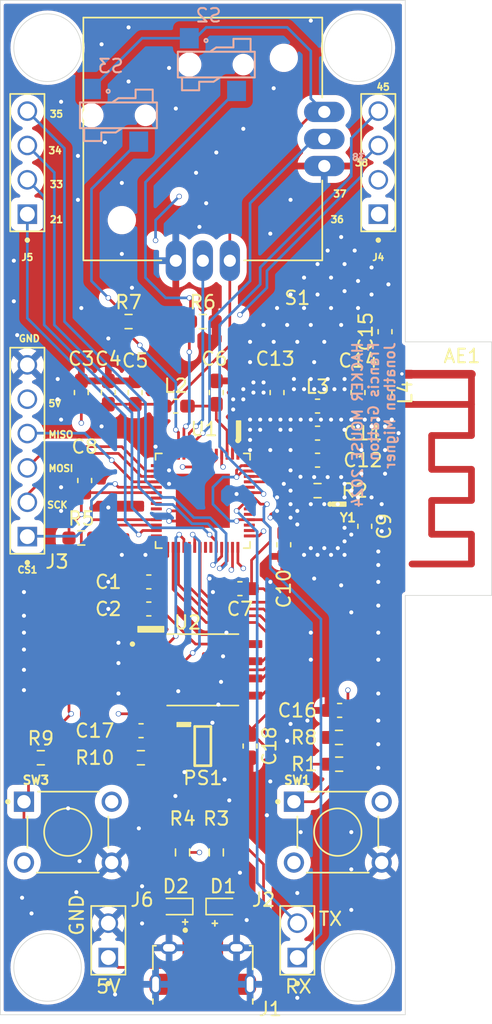
<source format=kicad_pcb>
(kicad_pcb (version 20240108) (generator "pcbnew") (generator_version "8.0")
  (layers (0 "F.Cu" signal) (1 "In1.Cu" power) (2 "In2.Cu" mixed) (31 "B.Cu" signal) (35 "F.Paste" user) (36 "B.SilkS" user "B.Silkscreen") (37 "F.SilkS" user "F.Silkscreen") (38 "B.Mask" user) (39 "F.Mask" user) (44 "Edge.Cuts" user))
  (net 0 "")
  (net 1 "GND")
  (net 2 "+3V3")
  (net 3 "/XTAL_N")
  (net 4 "/VDD3P3")
  (net 5 "VDD_SPI")
  (net 6 "+5V")
  (net 7 "/LNA_IN")
  (net 8 "Net-(AE1-A)")
  (net 9 "/RESET")
  (net 10 "/ESP_D-")
  (net 12 "/GPIO34")
  (net 13 "/GPIO33")
  (net 14 "/GPIO21")
  (net 15 "/GPIO35")
  (net 16 "/GPIO36")
  (net 17 "/GPIO45")
  (net 18 "/GPIO37")
  (net 19 "/GPIO38")
  (net 20 "/MISO")
  (net 21 "/SCK")
  (net 22 "/CS1")
  (net 23 "/MOSI")
  (net 24 "/ESP_RX")
  (net 25 "/ESP_TX")
  (net 27 "/XTAL_P")
  (net 28 "/ESP_D+")
  (net 29 "/BOOT")
  (net 30 "/BUT_1")
  (net 31 "/BUT_2")
  (net 32 "/JOY_Y")
  (net 33 "/JOY_X")
  (net 36 "/SPICS0")
  (net 37 "/SPID")
  (net 38 "/SPIWP")
  (net 39 "/SPIHD")
  (net 40 "/SPIQ")
  (net 41 "/SPICLK")
  (net 42 "Net-(C9-Pad1)")
  (net 43 "Net-(C15-Pad1)")
  (net 44 "Net-(D1-K)")
  (net 45 "Net-(R1-Pad2)")
  (net 66 "Net-(D2-K)")
  (net 67 "Net-(PS1-STBY)")
  (footprint "Header2:WURTH_61300211121" (layer "F.Cu") (at 168 103.5 90)
    (property "Reference" "J6")
    (property "Value" "POWER")
  )
  (footprint "Capacitor_SMD:C_0603_1608Metric_Pad1.08x0.95mm_HandSolder" (layer "F.Cu") (at 188.5 63 90)
    (property "Reference" "L4")
    (property "Value" "L")
  )
  (footprint "Resistor_SMD:R_0603_1608Metric_Pad0.98x0.95mm_HandSolder" (layer "F.Cu") (at 173.5 97 -90)
    (property "Reference" "R4")
    (property "Value" "0")
  )
  (footprint "Capacitor_SMD:C_0603_1608Metric_Pad1.08x0.95mm_HandSolder" (layer "F.Cu") (at 177.75 77.5 180)
    (property "Reference" "C7")
    (property "Value" "0.1uF")
  )
  (footprint "Resistor_SMD:R_0603_1608Metric_Pad0.98x0.95mm_HandSolder" (layer "F.Cu") (at 185.1 90.475)
    (property "Reference" "R1")
    (property "Value" "10k")
  )
  (footprint "Capacitor_SMD:C_0603_1608Metric_Pad1.08x0.95mm_HandSolder" (layer "F.Cu") (at 169.99 63 90)
    (property "Reference" "C5")
    (property "Value" "1uF")
  )
  (footprint "Capacitor_SMD:C_0603_1608Metric_Pad1.08x0.95mm_HandSolder" (layer "F.Cu") (at 183.5 68)
    (property "Reference" "C12")
    (property "Value" "10nF")
  )
  (footprint "Library:2765" (layer "F.Cu") (at 175 44.25)
    (property "Reference" "S1")
    (property "Value" "2765")
  )
  (footprint "Resistor_SMD:R_0603_1608Metric_Pad0.98x0.95mm_HandSolder" (layer "F.Cu") (at 170.4125 90 180)
    (property "Reference" "R10")
    (property "Value" "10k")
  )
  (footprint "Resistor_SMD:R_0603_1608Metric_Pad0.98x0.95mm_HandSolder" (layer "F.Cu") (at 183.5 70.25)
    (property "Reference" "R2")
    (property "Value" "22")
  )
  (footprint "Resistor_SMD:R_0603_1608Metric_Pad0.98x0.95mm_HandSolder" (layer "F.Cu") (at 176 97 -90)
    (property "Reference" "R3")
    (property "Value" "0")
  )
  (footprint "Resistor_SMD:R_0603_1608Metric_Pad0.98x0.95mm_HandSolder" (layer "F.Cu") (at 169.5 57.75)
    (property "Reference" "R7")
    (property "Value" "10k")
  )
  (footprint "ESP32_S3R8:QFN40P700X700X90-57N" (layer "F.Cu") (at 175 71 -90)
    (property "Reference" "U1")
    (property "Value" "ESP32-S3R8")
  )
  (footprint "Capacitor_SMD:C_0603_1608Metric_Pad1.08x0.95mm_HandSolder" (layer "F.Cu") (at 173 64 180)
    (property "Reference" "L2")
    (property "Value" "2.4nH")
  )
  (footprint "Capacitor_SMD:C_0603_1608Metric_Pad1.08x0.95mm_HandSolder" (layer "F.Cu") (at 185.1375 86.5 180)
    (property "Reference" "C16")
    (property "Value" "1uF")
  )
  (footprint "Capacitor_SMD:C_0603_1608Metric_Pad1.08x0.95mm_HandSolder" (layer "F.Cu") (at 176 63 90)
    (property "Reference" "C6")
    (property "Value" "10uF")
  )
  (footprint "Antenna:ESP_Antenna" (layer "F.Cu") (at 189.9025 63.645)
    (property "Reference" "AE1")
    (property "Value" "Antenna_Shield")
  )
  (footprint "Resistor_SMD:R_0603_1608Metric_Pad0.98x0.95mm_HandSolder" (layer "F.Cu") (at 185.0875 88.5 180)
    (property "Reference" "R8")
    (property "Value" "10k")
  )
  (footprint "Header4:WURTH_61300411121" (layer "F.Cu") (at 162 46 90)
    (property "Reference" "J5")
    (property "Value" "Header4")
  )
  (footprint "Library:SW_1825910-6-4" (layer "F.Cu") (at 165 95.5)
    (property "Reference" "SW3")
    (property "Value" "1825910-6")
  )
  (footprint "Diode_SMD:D_SOD-523" (layer "F.Cu") (at 176.5 101)
    (property "Reference" "D1")
    (property "Value" "ESD321")
  )
  (footprint "Resistor_SMD:R_0603_1608Metric_Pad0.98x0.95mm_HandSolder" (layer "F.Cu") (at 163 90)
    (property "Reference" "R9")
    (property "Value" "10k")
  )
  (footprint "Capacitor_SMD:C_0603_1608Metric_Pad1.08x0.95mm_HandSolder" (layer "F.Cu") (at 188.5 58.5 90)
    (property "Reference" "C15")
    (property "Value" "C")
  )
  (footprint "Capacitor_SMD:C_0603_1608Metric_Pad1.08x0.95mm_HandSolder" (layer "F.Cu") (at 181 74.25 -90)
    (property "Reference" "C10")
    (property "Value" "12pF")
  )
  (footprint "Capacitor_SMD:C_0603_1608Metric_Pad1.08x0.95mm_HandSolder" (layer "F.Cu") (at 183.5 66)
    (property "Reference" "C11")
    (property "Value" "1uF")
  )
  (footprint "Capacitor_SMD:C_0603_1608Metric_Pad1.08x0.95mm_HandSolder" (layer "F.Cu") (at 171 77 180)
    (property "Reference" "C1")
    (property "Value" "0.1uF")
  )
  (footprint "Diode_SMD:D_SOD-523" (layer "F.Cu") (at 173 101 180)
    (property "Reference" "D2")
    (property "Value" "ESD321")
  )
  (footprint "Header4:WURTH_61300411121" (layer "F.Cu") (at 188 46 90)
    (property "Reference" "J4")
    (property "Value" "Header4")
  )
  (footprint "Capacitor_SMD:C_0603_1608Metric_Pad1.08x0.95mm_HandSolder" (layer "F.Cu") (at 166.25 69.5 90)
    (property "Reference" "C8")
    (property "Value" "0.1uF")
  )
  (footprint "Library:SW_1825910-6-4" (layer "F.Cu") (at 185 95.5)
    (property "Reference" "SW1")
    (property "Value" "1825910-6")
  )
  (footprint "Capacitor_SMD:C_0603_1608Metric_Pad1.08x0.95mm_HandSolder" (layer "F.Cu") (at 187 72.8875 -90)
    (property "Reference" "C9")
    (property "Value" "12pF")
  )
  (footprint "Library:XTAL_ECS-400-10-37B2-CKY-TR" (layer "F.Cu") (at 183.75 72.75 -90)
    (property "Reference" "Y1")
    (property "Value" "ECS-400-10-37B2-CKY-TR")
  )
  (footprint "Library:SOT95P280X125-5N" (layer "F.Cu") (at 175 89.1375)
    (property "Reference" "PS1")
    (property "Value" "BU33SD5WG-TR")
  )
  (footprint "Capacitor_SMD:C_0603_1608Metric_Pad1.08x0.95mm_HandSolder" (layer "F.Cu") (at 166 63 90)
    (property "Reference" "C3")
    (property "Value" "0.1uF")
  )
  (footprint "Capacitor_SMD:C_0603_1608Metric_Pad1.08x0.95mm_HandSolder" (layer "F.Cu") (at 170.425 88 180)
    (property "Reference" "C17")
    (property "Value" "1uF")
  )
  (footprint "Library:AMPHENOL_10118194-0001LF" (layer "F.Cu") (at 175 106.75)
    (property "Reference" "J1")
    (property "Value" "MicroUSB")
  )
  (footprint "Header2:WURTH_61300211121" (layer "F.Cu") (at 182 103.5 90)
    (property "Reference" "J2")
    (property "Value" "UART")
  )
  (footprint "Capacitor_SMD:C_0603_1608Metric_Pad1.08x0.95mm_HandSolder" (layer "F.Cu") (at 168 63 90)
    (property "Reference" "C4")
    (property "Value" "0.1uF")
  )
  (footprint "Resistor_SMD:R_0603_1608Metric_Pad0.98x0.95mm_HandSolder" (layer "F.Cu") (at 175 57.75)
    (property "Reference" "R6")
    (property "Value" "10k")
  )
  (footprint "Capacitor_SMD:C_0603_1608Metric_Pad1.08x0.95mm_HandSolder" (layer "F.Cu") (at 186.5 63 90)
    (property "Reference" "C14")
    (property "Value" "1pF")
  )
  (footprint "Capacitor_SMD:C_0603_1608Metric_Pad1.08x0.95mm_HandSolder" (layer "F.Cu") (at 183.5 64)
    (property "Reference" "L3")
    (property "Value" "2.4 nH")
  )
  (footprint "Capacitor_SMD:C_0603_1608Metric_Pad1.08x0.95mm_HandSolder" (layer "F.Cu") (at 171 79 180)
    (property "Reference" "C2")
    (property "Value" "1uF")
  )
  (footprint "Library:W25Q128JVSIM_TR" (layer "F.Cu") (at 175 83.5)
    (property "Reference" "U2")
    (property "Value" "W25Q128JVSIM_TR")
  )
  (footprint "Header6:WURTH_61300611121" (layer "F.Cu") (at 162 67.3 90)
    (property "Reference" "J3")
    (property "Value" "Micro_SD")
  )
  (footprint "Capacitor_SMD:C_0603_1608Metric_Pad1.08x0.95mm_HandSolder" (layer "F.Cu") (at 178.5 89.1375 -90)
    (property "Reference" "C18")
    (property "Value" "1uF")
  )
  (footprint "Resistor_SMD:R_0603_1608Metric_Pad0.98x0.95mm_HandSolder" (layer "F.Cu") (at 166 73.75)
    (property "Reference" "R5")
    (property "Value" "10K")
  )
  (footprint "Capacitor_SMD:C_0603_1608Metric_Pad1.08x0.95mm_HandSolder" (layer "F.Cu") (at 180.5 63 90)
    (property "Reference" "C13")
    (property "Value" "1pF")
  )
  (footprint "Library:SW_ESE-22MV21T" (layer "B.Cu") (at 176 38.75 180)
    (property "Reference" "S2")
    (property "Value" "ESE-22MV21T")
  )
  (footprint "Library:SW_ESE-22MV21T" (layer "B.Cu") (at 168.75 42.5 180)
    (property "Reference" "S3")
    (property "Value" "ESE-22MV21T")
  )
  (gr_arc (start 177.6 65.75) (mid 178.149175 64.424175) (end 179.475 63.875) (stroke (width 0.35)) (layer "F.Cu") (net 7))
  (gr_line (start 173.1 87.4) (end 173.1 87.7) (stroke (width 0.1)) (layer "F.SilkS"))
  (gr_rect (start 170.2 80.3) (end 172.1 80.7) (stroke (width 0.1)) (fill solid) (layer "F.SilkS"))
  (gr_rect (start 177.5 65.1) (end 177.8 66.545) (stroke (width 0.1)) (fill solid) (layer "F.SilkS"))
  (gr_line (start 174.1 87.4) (end 173.1 87.4) (stroke (width 0.1)) (layer "F.SilkS"))
  (gr_line (start 174.1 87.5) (end 174.1 87.4) (stroke (width 0.1)) (layer "F.SilkS"))
  (gr_rect (start 184.6 71.1) (end 185.6 71.4) (stroke (width 0.1)) (fill solid) (layer "F.SilkS"))
  (gr_line (start 173.1 87.5) (end 174.1 87.5) (stroke (width 0.1)) (layer "F.SilkS"))
  (gr_circle (center 163.5 105.5) (end 166 105.5) (stroke (width 0.05)) (fill none) (layer "Edge.Cuts"))
  (gr_line (start 190 109) (end 190 78) (stroke (width 0.05)) (layer "Edge.Cuts"))
  (gr_line (start 190 78) (end 196.4 78) (stroke (width 0.05)) (layer "Edge.Cuts"))
  (gr_circle (center 186.5 37.5) (end 189 37.5) (stroke (width 0.05)) (fill none) (layer "Edge.Cuts"))
  (gr_line (start 160 34) (end 160 109) (stroke (width 0.05)) (layer "Edge.Cuts"))
  (gr_line (start 196.4 59.25) (end 190 59.25) (stroke (width 0.05)) (layer "Edge.Cuts"))
  (gr_line (start 190 34) (end 160 34) (stroke (width 0.05)) (layer "Edge.Cuts"))
  (gr_line (start 190 59.25) (end 190 34) (stroke (width 0.05)) (layer "Edge.Cuts"))
  (gr_circle (center 163.5 37.5) (end 166 37.5) (stroke (width 0.05)) (fill none) (layer "Edge.Cuts"))
  (gr_line (start 160 109) (end 190 109) (stroke (width 0.05)) (layer "Edge.Cuts"))
  (gr_line (start 196.4 78) (end 196.4 59.25) (stroke (width 0.05)) (layer "Edge.Cuts"))
  (gr_circle (center 186.5 105.5) (end 189 105.5) (stroke (width 0.05)) (fill none) (layer "Edge.Cuts"))
  (gr_text "HACKER MOUSE 2024" (at 186.9 59.2 90) (layer "B.SilkS") (effects (font (size 0.75 0.75) (thickness 0.15) (bold yes)) (justify left bottom mirror)))
  (gr_text "Francis Gratton\nJonathan Migner" (at 189.3 59.2 90) (layer "B.SilkS") (effects (font (size 0.75 0.75) (thickness 0.15) (bold yes)) (justify left bottom mirror)))
  (gr_text "38" (at 187.1 45.9 0) (layer "B.SilkS") (effects (font (size 0.5 0.5)) (justify left bottom mirror)))
  (gr_text "GND" (at 161.3 59.3 0) (layer "F.SilkS") (effects (font (size 0.5 0.5)) (justify left bottom)))
  (gr_text "38" (at 186.2 46.3 0) (layer "F.SilkS") (effects (font (size 0.5 0.5)) (justify left bottom)))
  (gr_text "GND" (at 166.25 103.25 90) (layer "F.SilkS") (effects (font (size 1 1)) (justify left bottom)))
  (gr_text "35" (at 163.6 42.7 0) (layer "F.SilkS") (effects (font (size 0.5 0.5)) (justify left bottom)))
  (gr_text "TX" (at 183.5 102.5 0) (layer "F.SilkS") (effects (font (size 1 1)) (justify left bottom)))
  (gr_text "33" (at 163.6 47.9 0) (layer "F.SilkS") (effects (font (size 0.5 0.5)) (justify left bottom)))
  (gr_text "37" (at 184.6 48.6 0) (layer "F.SilkS") (effects (font (size 0.5 0.5)) (justify left bottom)))
  (gr_text "MOSI" (at 163.5 68.9 0) (layer "F.SilkS") (effects (font (size 0.5 0.5)) (justify left bottom)))
  (gr_text "RX" (at 181 107.5 0) (layer "F.SilkS") (effects (font (size 1 1)) (justify left bottom)))
  (gr_text "45" (at 187.8 40.7 0) (layer "F.SilkS") (effects (font (size 0.5 0.5)) (justify left bottom)))
  (gr_text "5V" (at 163.5 64.1 0) (layer "F.SilkS") (effects (font (size 0.5 0.5)) (justify left bottom)))
  (gr_text "CS1" (at 161.2 76.4 0) (layer "F.SilkS") (effects (font (size 0.5 0.5)) (justify left bottom)))
  (gr_text "34" (at 163.5 45.4 0) (layer "F.SilkS") (effects (font (size 0.5 0.5)) (justify left bottom)))
  (gr_text "+" (at 173.3 102.4 0) (layer "F.SilkS") (effects (font (size 0.5 0.5)) (justify left bottom)))
  (gr_text "21" (at 163.6 50.5 0) (layer "F.SilkS") (effects (font (size 0.5 0.5)) (justify left bottom)))
  (gr_text "SCK" (at 163.4 71.6 0) (layer "F.SilkS") (effects (font (size 0.5 0.5)) (justify left bottom)))
  (gr_text "36" (at 184.4 50.5 0) (layer "F.SilkS") (effects (font (size 0.5 0.5)) (justify left bottom)))
  (gr_text "MISO" (at 163.5 66.4 0) (layer "F.SilkS") (effects (font (size 0.5 0.5)) (justify left bottom)))
  (gr_text "+" (at 175.5 102.5 0) (layer "F.SilkS") (effects (font (size 0.5 0.5)) (justify left bottom)))
  (gr_text "5V" (at 167 107.5 0) (layer "F.SilkS") (effects (font (size 1 1)) (justify left bottom)))
  (segment (start 172.5 69.75) (end 173.75 69.75) (width 0.2) (layer "F.Cu") (net 1))
  (segment (start 175.5 70.5) (end 175 71) (width 0.2) (layer "F.Cu") (net 1))
  (segment (start 173.75 69.75) (end 175 71) (width 0.2) (layer "F.Cu") (net 1))
  (segment (start 172.5 68.75) (end 174.75 71) (width 0.2) (layer "F.Cu") (net 1))
  (segment (start 174.25 71.75) (end 175 71) (width 0.2) (layer "F.Cu") (net 1))
  (segment (start 172.5 72.5) (end 173.5 72.5) (width 0.2) (layer "F.Cu") (net 1))
  (segment (start 174.75 71) (end 175 71) (width 0.2) (layer "F.Cu") (net 1))
  (segment (start 177.5 70.5) (end 175.5 70.5) (width 0.2) (layer "F.Cu") (net 1))
  (segment (start 172.5 71.75) (end 174.25 71.75) (width 0.2) (layer "F.Cu") (net 1))
  (segment (start 173.5 72.5) (end 175 71) (width 0.2) (layer "F.Cu") (net 1))
  (via (at 183 35.5) (size 0.4) (drill 0.3) (layers "F.Cu" "B.Cu") (net 1))
  (via (at 161.25 58.75) (size 0.4) (drill 0.3) (layers "F.Cu" "B.Cu") (net 1))
  (via (at 186 79.25) (size 0.4) (drill 0.3) (layers "F.Cu" "B.Cu") (net 1))
  (via (at 184 62.75) (size 0.4) (drill 0.3) (layers "F.Cu" "B.Cu") (net 1))
  (via (at 180.5 56.75) (size 0.4) (drill 0.3) (layers "F.Cu" "B.Cu") (net 1))
  (via (at 176.61 91.61) (size 0.4) (drill 0.3) (layers "F.Cu" "B.Cu") (net 1))
  (via (at 161.75 85) (size 0.4) (drill 0.3) (layers "F.Cu" "B.Cu") (net 1))
  (via (at 170.5 102.25) (size 0.4) (drill 0.3) (layers "F.Cu" "B.Cu") (net 1))
  (via (at 177.25 64.25) (size 0.4) (drill 0.3) (layers "F.Cu" "B.Cu") (net 1))
  (via (at 178.75 63) (size 0.4) (drill 0.3) (layers "F.Cu" "B.Cu") (net 1))
  (via (at 170.5 99.5) (size 0.4) (drill 0.3) (layers "F.Cu" "B.Cu") (net 1))
  (via (at 170.26 95.22) (size 0.4) (drill 0.3) (layers "F.Cu" "B.Cu") (net 1))
  (via (at 186.5 54.75) (size 0.4) (drill 0.3) (layers "F.Cu" "B.Cu") (net 1))
  (via (at 185 74.5) (size 0.4) (drill 0.3) (layers "F.Cu" "B.Cu") (net 1))
  (via (at 180 91.75) (size 0.4) (drill 0.3) (layers "F.Cu" "B.Cu") (net 1))
  (via (at 182.5 62.75) (size 0.4) (drill 0.3) (layers "F.Cu" "B.Cu") (net 1))
  (via (at 186.75 69) (size 0.4) (drill 0.3) (layers "F.Cu" "B.Cu") (net 1))
  (via (at 185.5 70.75) (size 0.4) (drill 0.3) (layers "F.Cu" "B.Cu") (net 1))
  (via (at 174.5 46.75) (size 0.4) (drill 0.3) (layers "F.Cu" "B.Cu") (net 1))
  (via (at 178.5 65) (size 0.4) (drill 0.3) (layers "F.Cu" "B.Cu") (net 1))
  (via (at 184.25 69.25) (size 0.4) (drill 0.3) (layers "F.Cu" "B.Cu") (net 1))
  (via (at 176 45.25) (size 0.4) (drill 0.3) (layers "F.Cu" "B.Cu") (net 1))
  (via (at 168.75 83) (size 0.4) (drill 0.3) (layers "F.Cu" "B.Cu") (net 1))
  (via (at 176.15 86.07) (size 0.4) (drill 0.3) (layers "F.Cu" "B.Cu") (net 1))
  (via (at 184.25 52.5) (size 0.4) (drill 0.3) (layers "F.Cu" "B.Cu") (net 1))
  (via (at 168 79) (size 0.4) (drill 0.3) (layers "F.Cu" "B.Cu") (net 1))
  (via (at 182.75 87.25) (size 0.4) (drill 0.3) (layers "F.Cu" "B.Cu") (net 1))
  (via (at 184 71.25) (size 0.4) (drill 0.3) (layers "F.Cu" "B.Cu") (net 1))
  (via (at 176.96 93.15) (size 0.4) (drill 0.3) (layers "F.Cu" "B.Cu") (net 1))
  (via (at 172.5 68.75) (size 0.4) (drill 0.3) (layers "F.Cu" "B.Cu") (net 1))
  (via (at 185.25 69.25) (size 0.4) (drill 0.3) (layers "F.Cu" "B.Cu") (net 1))
  (via (at 178.5 65.75) (size 0.4) (drill 0.3) (layers "F.Cu" "B.Cu") (net 1))
  (via (at 183.25 69.25) (size 0.4) (drill 0.3) (layers "F.Cu" "B.Cu") (net 1))
  (via (at 161 53.25) (size 0.4) (drill 0.3) (layers "F.Cu" "B.Cu") (net 1))
  (via (at 181.75 62) (size 0.4) (drill 0.3) (layers "F.Cu" "B.Cu") (net 1))
  (via (at 177.75 98.5) (size 0.4) (drill 0.3) (layers "F.Cu" "B.Cu") (net 1))
  (via (at 161.75 83.5) (size 0.4) (drill 0.3) (layers "F.Cu" "B.Cu") (net 1))
  (via (at 188 74.75) (size 0.4) (drill 0.3) (layers "F.Cu" "B.Cu") (net 1))
  (via (at 172.5 69.75) (size 0.4) (drill 0.3) (layers "F.Cu" "B.Cu") (net 1))
  (via (at 185.5 65.75) (size 0.4) (drill 0.3) (layers "F.Cu" "B.Cu") (net 1))
  (via (at 186.5 65.5) (size 0.4) (drill 0.3) (layers "F.Cu" "B.Cu") (net 1))
  (via (at 184.5 65) (size 0.4) (drill 0.3) (layers "F.Cu" "B.Cu") (net 1))
  (via (at 184.25 62) (size 0.4) (drill 0.3) (layers "F.Cu" "B.Cu") (net 1))
  (via (at 181.25 58) (size 0.4) (drill 0.3) (layers "F.Cu" "B.Cu") (net 1))
  (via (at 164.25 63.5) (size 0.4) (drill 0.3) (layers "F.Cu" "B.Cu") (net 1))
  (via (at 178 43.5) (size 0.4) (drill 0.3) (layers "F.Cu" "B.Cu") (net 1))
  (via (at 189.5 66) (size 0.4) (drill 0.3) (layers "F.Cu" "B.Cu") (net 1))
  (via (at 161 56.25) (size 0.4) (drill 0.3) (layers "F.Cu" "B.Cu") (net 1))
  (via (at 176.35 84.39) (size 0.4) (drill 0.3) (layers "F.Cu" "B.Cu") (net 1))
  (via (at 188.5 67.25) (size 0.4) (drill 0.3) (layers "F.Cu" "B.Cu") (net 1))
  (via (at 179.5 62.25) (size 0.4) (drill 0.3) (layers "F.Cu" "B.Cu") (net 1))
  (via (at 183.5 75) (size 0.4) (drill 0.3) (layers "F.Cu" "B.Cu") (net 1))
  (via (at 182.25 65) (size 0.4) (drill 0.3) (layers "F.Cu" "B.Cu") (net 1))
  (via (at 187.5 70.75) (size 0.4) (drill 0.3) (layers "F.Cu" "B.Cu") (net 1))
  (via (at 179.25 65) (size 0.4) (drill 0.3) (layers "F.Cu" "B.Cu") (net 1))
  (via (at 185.5 53.5) (size 0.4) (drill 0.3) (layers "F.Cu" "B.Cu") (net 1))
  (via (at 184.5 56.75) (size 0.4) (drill 0.3) (layers "F.Cu" "B.Cu") (net 1))
  (via (at 180.25 59.25) (size 0.4) (drill 0.3) (layers "F.Cu" "B.Cu") (net 1))
  (via (at 165.75 48.75) (size 0.4) (drill 0.3) (layers "F.Cu" "B.Cu") (net 1))
  (via (at 178.5 66.5) (size 0.4) (drill 0.3) (layers "F.Cu" "B.Cu") (net 1))
  (via (at 173.18 85.08) (size 0.4) (drill 0.3) (layers "F.Cu" "B.Cu") (net 1))
  (via (at 161.61 100.35) (size 0.4) (drill 0.3) (layers "F.Cu" "B.Cu") (net 1))
  (via (at 182.25 95.5) (size 0.4) (drill 0.3) (layers "F.Cu" "B.Cu") (net 1))
  (via (at 172.5 71.75) (size 0.4) (drill 0.3) (layers "F.Cu" "B.Cu") (net 1))
  (via (at 185.25 77.25) (size 0.4) (drill 0.3) (layers "F.Cu" "B.Cu") (net 1))
  (via (at 180 67.25) (size 0.4) (drill 0.3) (layers "F.Cu" "B.Cu") (net 1))
  (via (at 188 78.75) (size 0.4) (drill 0.3) (layers "F.Cu" "B.Cu") (net 1))
  (via (at 182 59.25) (size 0.4) (drill 0.3) (layers "F.Cu" "B.Cu") (net 1))
  (via (at 185.5 55.5) (size 0.4) (drill 0.3) (layers "F.Cu" "B.Cu") (net 1))
  (via (at 188 85.25) (size 0.4) (drill 0.3) (layers "F.Cu" "B.Cu") (net 1))
  (via (at 165.02 93.74) (size 0.4) (drill 0.3) (layers "F.Cu" "B.Cu") (net 1))
  (via (at 181.5 87.5) (size 0.4) (drill 0.3) (layers "F.Cu" "B.Cu") (net 1))
  (via (at 178.5 67.25) (size 0.4) (drill 0.3) (layers "F.Cu" "B.Cu") (net 1))
  (via (at 166 56.75) (size 0.4) (drill 0.3) (layers "F.Cu" "B.Cu") (net 1))
  (via (at 181.5 70.25) (size 0.4) (drill 0.3) (layers "F.Cu" "B.Cu") (net 1))
  (via (at 181.5 65.75) (size 0.4) (drill 0.3) (layers "F.Cu" "B.Cu") (net 1))
  (via (at 169.5 36) (size 0.4) (drill 0.3) (layers "F.Cu" "B.Cu") (net 1))
  (via (at 181.5 48.75) (size 0.4) (drill 0.3) (layers "F.Cu" "B.Cu") (net 1))
  (via (at 185.5 62.75) (size 0.4) (drill 0.3) (layers "F.Cu" "B.Cu") (net 1))
  (via (at 185.5 62) (size 0.4) (drill 0.3) (layers "F.Cu" "B.Cu") (net 1))
  (via (at 174.75 50.75) (size 0.4) (drill 0.3) (layers "F.Cu" "B.Cu") (net 1))
  (via (at 161.75 77.75) (size 0.4) (drill 0.3) (layers "F.Cu" "B.Cu") (net 1))
  (via (at 164.5 71.75) (size 0.4) (drill 0.3) (layers "F.Cu" "B.Cu") (net 1))
  (via (at 181.5 72.25) (size 0.4) (drill 0.3) (layers "F.Cu" "B.Cu") (net 1))
  (via (at 179.5 58) (size 0.4) (drill 0.3) (layers "F.Cu" "B.Cu") (net 1))
  (via (at 186 73.5) (size 0.4) (drill 0.3) (layers "F.Cu" "B.Cu") (net 1))
  (via (at 185.5 75) (size 0.4) (drill 0.3) (layers "F.Cu" "B.Cu") (net 1))
  (via (at 186.5 56.75) (size 0.4) (drill 0.3) (layers "F.Cu" "B.Cu") (net 1))
  (via (at 182 100) (size 0.4) (drill 0.3) (layers "F.Cu" "B.Cu") (net 1))
  (via (at 164.5 41.5) (size 0.4) (drill 0.3) (layers "F.Cu" "B.Cu") (net 1))
  (via (at 180.75 65.75) (size 0.4) (drill 0.3) (layers "F.Cu" "B.Cu") (net 1))
  (via (at 188.75 55) (size 0.4) (drill 0.3) (layers "F.Cu" "B.Cu") (net 1))
  (via (at 188 80.75) (size 0.4) (drill 0.3) (layers "F.Cu" "B.Cu") (net 1))
  (via (at 184.75 62.75) (size 0.4) (drill 0.3) (layers "F.Cu" "B.Cu") (net 1))
  (via (at 188.5 65.5) (size 0.4) (drill 0.3) (layers "F.Cu" "B.Cu") (net 1))
  (via (at 164.25 62) (size 0.4) (drill 0.3) (layers "F.Cu" "B.Cu") (net 1))
  (via (at 167.75 44.5) (size 0.4) (drill 0.3) (layers "F.Cu" "B.Cu") (net 1))
  (via (at 181.5 68.75) (size 0.4) (drill 0.3) (layers "F.Cu" "B.Cu") (net 1))
  (via (at 183.5 55.75) (size 0.4) (drill 0.3) (layers "F.Cu" "B.Cu") (net 1))
  (via (at 188.5 69) (size 0.4) (drill 0.3) (layers "F.Cu" "B.Cu") (net 1))
  (via (at 179.75 94.25) (size 0.4) (drill 0.3) (layers "F.Cu" "B.Cu") (net 1))
  (via (at 186 65) (size 0.4) (drill 0.3) (layers "F.Cu" "B.Cu") (net 1))
  (via (at 165.75 45.5) (size 0.4) (drill 0.3) (layers "F.Cu" "B.Cu") (net 1))
  (via (at 183.25 60.75) (size 0.4) (drill 0.3) (layers "F.Cu" "B.Cu") (net 1))
  (via (at 185.5 74) (size 0.4) (drill 0.3) (layers "F.Cu" "B.Cu") (net 1))
  (via (at 176.5 82.5) (size 0.4) (drill 0.3) (layers "F.Cu" "B.Cu") (net 1))
  (via (at 180.75 65) (size 0.4) (drill 0.3) (layers "F.Cu" "B.Cu") (net 1))
  (via (at 180 77) (size 0.4) (drill 0.3) (layers "F.Cu" "B.Cu") (net 1))
  (via (at 186.25 52.5) (size 0.4) (drill 0.3) (layers "F.Cu" "B.Cu") (net 1))
  (via (at 168.75 85.25) (size 0.4) (drill 0.3) (layers "F.Cu" "B.Cu") (net 1))
  (via (at 185 71.25) (size 0.4) (drill 0.3) (layers "F.Cu" "B.Cu") (net 1))
  (via (at 187.5 65.5) (size 0.4) (drill 0.3) (layers "F.Cu" "B.Cu") (net 1))
  (via (at 178.75 62.25) (size 0.4) (drill 0.3) (layers "F.Cu" "B.Cu") (net 1))
  (via (at 169.5 40) (size 0.4) (drill 0.3) (layers "F.Cu" "B.Cu") (net 1))
  (via (at 186 95.5) (size 0.4) (drill 0.3) (layers "F.Cu" "B.Cu") (net 1))
  (via (at 180.25 40.5) (size 0.4) (drill 0.3) (layers "F.Cu" "B.Cu") (net 1))
  (via (at 175.5 76.75) (size 0.4) (drill 0.3) (layers "F.Cu" "B.Cu") (net 1))
  (via (at 178.5 59.25) (size 0.4) (drill 0.3) (layers "F.Cu" "B.Cu") (net 1))
  (via (at 178 63.5) (size 0.4) (drill 0.3) (layers "F.Cu" "B.Cu") (net 1))
  (via (at 183 58) (size 0.4) (drill 0.3) (layers "F.Cu" "B.Cu") (net 1))
  (via (at 178.25 102) (size 0.4) (drill 0.3) (layers "F.Cu" "B.Cu") (net 1))
  (via (at 183.5 53.5) (size 0.4) (drill 0.3) (layers "F.Cu" "B.Cu") (net 1))
  (via (at 181 69.75) (size 0.4) (drill 0.3) (layers "F.Cu" "B.Cu") (net 1))
  (via (at 168 77) (size 0.4) (drill 0.3) (layers "F.Cu" "B.Cu") (net 1))
  (via (at 178 62.75) (size 0.4) (drill 0.3) (layers "F.Cu" "B.Cu") (net 1))
  (via (at 188.2 72.25) (size 0.4) (drill 0.3) (layers "F.Cu" "B.Cu") (net 1))
  (via (at 182.5 56.75) (size 0.4) (drill 0.3) (layers "F.Cu" "B.Cu") (net 1))
  (via (at 169 52.75) (size 0.4) (drill 0.3) (layers "F.Cu" "B.Cu") (net 1))
  (via (at 167.5 65.5) (size 0.4) (drill 0.3) (layers "F.Cu" "B.Cu") (net 1))
  (via (at 186.75 67.25) (size 0.4) (drill 0.3) (layers "F.Cu" "B.Cu") (net 1))
  (via (at 181.5 55.75) (size 0.4) (drill 0.3) (layers "F.Cu" "B.Cu") (net 1))
  (via (at 187.5 53.75) (size 0.4) (drill 0.3) (layers "F.Cu" "B.Cu") (net 1))
  (via (at 186.5 70.75) (size 0.4) (drill 0.3) (layers "F.Cu" "B.Cu") (net 1))
  (via (at 177.5 70.5) (size 0.4) (drill 0.3) (layers "F.Cu" "B.Cu") (net 1))
  (via (at 176.75 80.75) (size 0.4) (drill 0.3) (layers "F.Cu" "B.Cu") (net 1))
  (via (at 186 98.25) (size 0.4) (drill 0.3) (layers "F.Cu" "B.Cu") (net 1))
  (via (at 181.5 71.25) (size 0.4) (drill 0.3) (layers "F.Cu" "B.Cu") (net 1))
  (via (at 162.31 101.51) (size 0.4) (drill 0.3) (layers "F.Cu" "B.Cu") (net 1))
  (via (at 172.5 39) (size 0.4) (drill 0.3) (layers "F.Cu" "B.Cu") (net 1))
  (via (at 180 72.25) (size 0.4) (drill 0.3) (layers "F.Cu" "B.Cu") (net 1))
  (via (at 182.234959 69.225614) (size 0.4) (drill 0.3) (layers "F.Cu" "B.Cu") (net 1))
  (via (at 184.5 54.5) (size 0.4) (drill 0.3) (layers "F.Cu" "B.Cu") (net 1))
  (via (at 185.5 73) (size 0.4) (drill 0.3) (layers "F.Cu" "B.Cu") (net 1))
  (via (at 182.5 54.5) (size 0.4) (drill 0.3) (layers "F.Cu" "B.Cu") (net 1))
  (via (at 187.5 55.75) (size 0.4) (drill 0.3) (layers "F.Cu" "B.Cu") (net 1))
  (via (at 164.5 70) (size 0.4) (drill 0.3) (layers "F.Cu" "B.Cu") (net 1))
  (via (at 183.25 62.75) (size 0.4) (drill 0.3) (layers "F.Cu" "B.Cu") (net 1))
  (via (at 180.5 71.75) (size 0.4) (drill 0.3) (layers "F.Cu" "B.Cu") (net 1))
  (via (at 181.75 62.75) (size 0.4) (drill 0.3) (layers "F.Cu" "B.Cu") (net 1))
  (via (at 168 71.5) (size 0.4) (drill 0.3) (layers "F.Cu" "B.Cu") (net 1))
  (via (at 186 70.25) (size 0.4) (drill 0.3) (layers "F.Cu" "B.Cu") (net 1))
  (via (at 161.75 80.75) (size 0.4) (drill 0.3) (layers "F.Cu" "B.Cu") (net 1))
  (via (at 173.64 91.06) (size 0.4) (drill 0.3) (layers "F.Cu" "B.Cu") (net 1))
  (via (at 175.71 87.41) (size 0.4) (drill 0.3) (layers "F.Cu" "B.Cu") (net 1))
  (via (at 186 101.25) (size 0.4) (drill 0.3) (layers "F.Cu" "B.Cu") (net 1))
  (via (at 181.5 65) (size 0.4) (drill 0.3) (layers "F.Cu" "B.Cu") (net 1))
  (via (at 189 65) (size 0.4) (drill 0.3) (layers "F.Cu" "B.Cu") (net 1))
  (via (at 184 74.5) (size 0.4) (drill 0.3) (layers "F.Cu" "B.Cu") (net 1))
  (via (at 185.25 51.5) (size 0.4) (drill 0.3) (layers "F.Cu" "B.Cu") (net 1))
  (via (at 178.5 60.75) (size 0.4) (drill 0.3) (layers "F.Cu" "B.Cu") (net 1))
  (via (at 183.25 76.75) (size 0.4) (drill 0.3) (layers "F.Cu" "B.Cu") (net 1))
  (via (at 169.75 55.25) (size 0.4) (drill 0.3) (layers "F.Cu" "B.Cu") (net 1))
  (via (at 188 89) (size 0.4) (drill 0.3) (layers "F.Cu" "B.Cu") (net 1))
  (via (at 168 59) (size 0.4) (drill 0.3) (layers "F.Cu" "B.Cu") (net 1))
  (via (at 182 107.75) (size 0.4) (drill 0.3) (layers "F.Cu" "B.Cu") (net 1))
  (via (at 185.5 69.75) (size 0.4) (drill 0.3) (layers "F.Cu" "B.Cu") (net 1))
  (via (at 169 47.5) (size 0.4) (drill 0.3) (layers "F.Cu" "B.Cu") (net 1))
  (via (at 185.25 65) (size 0.4) (drill 0.3) (layers "F.Cu" "B.Cu") (net 1))
  (via (at 168.5 107.5) (size 0.4) (drill 0.3) (layers "F.Cu" "B.Cu") (net 1))
  (via (at 169 75) (size 0.4) (drill 0.3) (layers "F.Cu" "B.Cu") (net 1))
  (via (at 183 71.25) (size 0.4) (drill 0.3) (layers "F.Cu" "B.Cu") (net 1))
  (via (at 181.25 88.75) (size 0.4) (drill 0.3) (layers "F.Cu" "B.Cu") (net 1))
  (via (at 189.75 61.62) (size 0.35) (drill 0.25) (layers "F.Cu" "B.Cu") (net 1))
  (via (at 183.75 65) (size 0.4) (drill 0.3) (layers "F.Cu" "B.Cu") (net 1))
  (via (at 182 72.75) (size 0.4) (drill 0.3) (layers "F.Cu" "B.Cu") (net 1))
  (via (at 188 77) (size 0.4) (drill 0.3) (layers "F.Cu" "B.Cu") (net 1))
  (via (at 180 65) (size 0.4) (drill 0.3) (layers "F.Cu" "B.Cu") (net 1))
  (via (at 188 90.75) (size 0.4) (drill 0.3) (layers "F.Cu" "B.Cu") (net 1))
  (via (at 183 65) (size 0.4) (drill 0.3) (layers "F.Cu" "B.Cu") (net 1))
  (via (at 179.5 63) (size 0.4) (drill 0.3) (layers "F.Cu" "B.Cu") (net 1))
  (via (at 182.5 75) (size 0.4) (drill 0.3) (layers "F.Cu" "B.Cu") (net 1))
  (via (at 188 82.75) (size 0.4) (drill 0.3) (layers "F.Cu" "B.Cu") (net 1))
  (via (at 167.5 37.25) (size 0.4) (drill 0.3) (layers "F.Cu" "B.Cu") (net 1))
  (via (at 188.25 73.25) (size 0.4) (drill 0.3) (layers "F.Cu" "B.Cu") (net 1))
  (via (at 175.71 87.41) (size 0.4) (drill 0.3) (layers "F.Cu" "B.Cu") (net 1))
  (via (at 173 42) (size 0.4) (drill 0.3) (layers "F.Cu" "B.Cu") (net 1))
  (via (at 177.25 63.5) (size 0.4) (drill 0.3) (layers "F.Cu" "B.Cu") (net 1))
  (via (at 184 59.25) (size 0.4) (drill 0.3) (layers "F.Cu" "B.Cu") (net 1))
  (via (at 179.25 65.75) (size 0.4) (drill 0.3) (layers "F.Cu" "B.Cu") (net 1))
  (via (at 183 74.5) (size 0.4) (drill 0.3) (layers "F.Cu" "B.Cu") (net 1))
  (via (at 165.63 99.94) (size 0.4) (drill 0.3) (layers "F.Cu" "B.Cu") (net 1))
  (via (at 185.25 58) (size 0.4) (drill 0.3) (layers "F.Cu" "B.Cu") (net 1))
  (via (at 188 75.75) (size 0.4) (drill 0.3) (layers "F.Cu" "B.Cu") (net 1))
  (via (at 175.75 77.75) (size 0.4) (drill 0.3) (layers "F.Cu" "B.Cu") (net 1))
  (via (at 188.25 71.25) (size 0.4) (drill 0.3) (layers "F.Cu" "B.Cu") (net 1))
  (via (at 188 65) (size 0.4) (drill 0.3) (layers "F.Cu" "B.Cu") (net 1))
  (via (at 170.75 75) (size 0.4) (drill 0.3) (layers "F.Cu" "B.Cu") (net 1))
  (via (at 183 62) (size 0.4) (drill 0.3) (layers "F.Cu" "B.Cu") (net 1))
  (via (at 172.5 72.5) (size 0.4) (drill 0.3) (layers "F.Cu" "B.Cu") (net 1))
  (via (at 171.5 67) (size 0.4) (drill 0.3) (layers "F.Cu" "B.Cu") (net 1))
  (via (at 184.5 75) (size 0.4) (drill 0.3) (layers "F.Cu" "B.Cu") (net 1))
  (via (at 183 80.75) (size 0.4) (drill 0.3) (layers "F.Cu" "B.Cu") (net 1))
  (via (at 180 51.25) (size 0.4) (drill 0.3) (layers "F.Cu" "B.Cu") (net 1))
  (via (at 168.75 81.5) (size 0.4) (drill 0.3) (layers "F.Cu" "B.Cu") (net 1))
  (via (at 182 71.75) (size 0.4) (drill 0.3) (layers "F.Cu" "B.Cu") (net 1))
  (via (at 161.75 79.5) (size 0.4) (drill 0.3) (layers "F.Cu" "B.Cu") (net 1))
  (via (at 164.5 65) (size 0.4) (drill 0.3) (layers "F.Cu" "B.Cu") (net 1))
  (via (at 165.87 97.64) (size 0.4) (drill 0.3) (layers "F.Cu" "B.Cu") (net 1))
  (via (at 188 87.25) (size 0.4) (drill 0.3) (layers "F.Cu" "B.Cu") (net 1))
  (via (at 161.75 82) (size 0.4) (drill 0.3) (layers "F.Cu" "B.Cu") (net 1))
  (via (at 180.5 70.75) (size 0.4) (drill 0.3) (layers "F.Cu" "B.Cu") (net 1))
  (via (at 183 82.75) (size 0.4) (drill 0.3) (layers "F.Cu" "B.Cu") (net 1))
  (via (at 172.97 92.83) (size 0.4) (drill 0.3) (layers "F.Cu" "B.Cu") (net 1))
  (via (at 181.5 67.25) (size 0.4) (drill 0.3) (layers "F.Cu" "B.Cu") (net 1))
  (via (at 175.25 49) (size 0.4) (drill 0.3) (layers "F.Cu" "B.Cu") (net 1))
  (via (at 187 65) (size 0.4) (drill 0.3) (layers "F.Cu" "B.Cu") (net 1))
  (segment (start 177 59.5) (end 177 53.25) (width 0.2) (layer "F.Cu") (net 2))
  (segment (start 168 63.8625) (end 169.99 63.8625) (width 0.2) (layer "F.Cu") (net 2))
  (segment (start 165.25 86.75) (end 163.9125 88.0875) (width 0.2) (layer "F.Cu") (net 2))
  (segment (start 166 70.6125) (end 166.25 70.3625) (width 0.2) (layer "F.Cu") (net 2))
  (segment (start 178.5 88.275) (end 178.5 87.75) (width 0.2) (layer "F.Cu") (net 2))
  (segment (start 178.4125 88.1875) (end 178.5 88.275) (width 0.2) (layer "F.Cu") (net 2))
  (segment (start 169.99 63.8625) (end 172 63.8625) (width 0.2) (layer "F.Cu") (net 2))
  (segment (start 180.2 68.8) (end 178.445 68.8) (width 0.2) (layer "F.Cu") (net 2))
  (segment (start 172.5 64) (end 177 59.5) (width 0.2) (layer "F.Cu") (net 2))
  (segment (start 172.1375 64) (end 172.5 64) (width 0.2) (layer "F.Cu") (net 2))
  (segment (start 165.0875 72.9125) (end 165.0875 73.75) (width 0.2) (layer "F.Cu") (net 2))
  (segment (start 177.5 69.25) (end 177.5 68.75) (width 0.2) (layer "F.Cu") (net 2))
  (segment (start 177.6 72.4) (end 177.5 72.5) (width 0.2) (layer "F.Cu") (net 2))
  (segment (start 172 63.8625) (end 172.1375 64) (width 0.2) (layer "F.Cu") (net 2))
  (segment (start 180.925 90.475) (end 184.1875 90.475) (width 0.2) (layer "F.Cu") (net 2))
  (segment (start 180.6 68.4) (end 178.445 68.4) (width 0.2) (layer "F.Cu") (net 2))
  (segment (start 182 80) (end 179.5 77.5) (width 0.2) (layer "F.Cu") (net 2))
  (segment (start 179.4 72.4) (end 178.445 72.4) (width 0.2) (layer "F.Cu") (net 2))
  (segment (start 177.75 87) (end 171.5 87) (width 0.2) (layer "F.Cu") (net 2))
  (segment (start 178.5 88) (end 182 84.5) (width 0.2) (layer "F.Cu") (net 2))
  (segment (start 177.95 68.8) (end 178.445 68.8) (width 0.2) (layer "F.Cu") (net 2))
  (segment (start 165.25 86.75) (end 165.0875 86.5875) (width 0.2) (layer "F.Cu") (net 2))
  (segment (start 181 68) (end 180.2 68.8) (width 0.2) (layer "F.Cu") (net 2))
  (segment (start 171.25 86.75) (end 168.75 86.75) (width 0.2) (layer "F.Cu") (net 2))
  (segment (start 178.5 87.75) (end 177.75 87) (width 0.2) (layer "F.Cu") (net 2))
  (segment (start 182.6375 68) (end 181 68) (width 0.2) (layer "F.Cu") (net 2))
  (segment (start 182.6375 68) (end 182.6375 66) (width 0.2) (layer "F.Cu") (net 2))
  (segment (start 179.5 77.5) (end 178.6125 77.5) (width 0.2) (layer "F.Cu") (net 2))
  (segment (start 171.5 87) (end 171.25 86.75) (width 0.2) (layer "F.Cu") (net 2))
  (segment (start 177.5 68.75) (end 177.85 68.4) (width 0.2) (layer "F.Cu") (net 2))
  (segment (start 166 63.8625) (end 168 63.8625) (width 0.2) (layer "F.Cu") (net 2))
  (segment (start 166 72) (end 166 70.6125) (width 0.2) (layer "F.Cu") (net 2))
  (segment (start 178.725 88.275) (end 180.925 90.475) (width 0.2) (layer "F.Cu") (net 2))
  (segment (start 177 53.25) (end 177 48.5) (width 0.2) (layer "F.Cu") (net 2))
  (segment (start 181 68) (end 180.6 68.4) (width 0.2) (layer "F.Cu") (net 2))
  (segment (start 177.85 68.4) (end 178.445 68.4) (width 0.2) (layer "F.Cu") (net 2))
  (segment (start 165.0875 86.5875) (end 165.0875 73.75) (width 0.2) (layer "F.Cu") (net 2))
  (segment (start 178.5 88.275) (end 178.725 88.275) (width 0.2) (layer "F.Cu") (net 2))
  (segment (start 166 65.25) (end 166 63.8625) (width 0.2) (layer "F.Cu") (net 2))
  (segment (start 182 84.5) (end 182 80) (width 0.2) (layer "F.Cu") (net 2))
  (segment (start 177.5 69.25) (end 177.95 68.8) (width 0.2) (layer "F.Cu") (net 2))
  (segment (start 163.9125 88.0875) (end 163.9125 90) (width 0.2) (layer "F.Cu") (net 2))
  (segment (start 166.2875 70.4) (end 171.555 70.4) (width 0.2) (layer "F.Cu") (net 2))
  (segment (start 166.25 70.3625) (end 166.2875 70.4) (width 0.2) (layer "F.Cu") (net 2))
  (segment (start 166 72) (end 165.0875 72.9125) (width 0.2) (layer "F.Cu") (net 2))
  (segment (start 180 74) (end 180 73) (width 0.2) (layer "F.Cu") (net 2))
  (segment (start 180 73) (end 179.4 72.4) (width 0.2) (layer "F.Cu") (net 2))
  (segment (start 178.6125 75.3875) (end 180 74) (width 0.2) (layer "F.Cu") (net 2))
  (segment (start 178.445 72.4) (end 177.6 72.4) (width 0.2) (layer "F.Cu") (net 2))
  (segment (start 178.6125 77.5) (end 178.6125 75.3875) (width 0.2) (layer "F.Cu") (net 2))
  (segment (start 176.4 88.1875) (end 178.4125 88.1875) (width 0.2) (layer "F.Cu") (net 2))
  (segment (start 178.5 88.275) (end 178.5 88) (width 0.2) (layer "F.Cu") (net 2))
  (segment (start 177 48.5) (end 183.25 42.25) (width 0.2) (layer "F.Cu") (net 2))
  (segment (start 183.25 42.25) (end 184 42.25) (width 0.2) (layer "F.Cu") (net 2))
  (via (at 177.5 72.5) (size 0.4) (drill 0.3) (layers "F.Cu" "B.Cu") (net 2))
  (via (at 168.75 86.75) (size 0.4) (drill 0.3) (layers "F.Cu" "B.Cu") (net 2))
  (via (at 177.5 69.25) (size 0.4) (drill 0.3) (layers "F.Cu" "B.Cu") (net 2))
  (via (at 165.25 86.75) (size 0.4) (drill 0.3) (layers "F.Cu" "B.Cu") (net 2))
  (via (at 166 65.25) (size 0.4) (drill 0.3) (layers "F.Cu" "B.Cu") (net 2))
  (via (at 166 72) (size 0.4) (drill 0.3) (layers "F.Cu" "B.Cu") (net 2))
  (segment (start 184 42.25) (end 183 41.25) (width 0.2) (layer "B.Cu") (net 2))
  (segment (start 181.25 36) (end 175.25 36) (width 0.2) (layer "B.Cu") (net 2))
  (segment (start 175.25 36) (end 174.45 36.8) (width 0.2) (layer "B.Cu") (net 2))
  (segment (start 177 72.5) (end 175.75 71.25) (width 0.2) (layer "B.Cu") (net 2))
  (segment (start 170.5 36.8) (end 166.75 40.55) (width 0.2) (layer "B.Cu") (net 2))
  (segment (start 174 36.8) (end 170.5 36.8) (width 0.2) (layer "B.Cu") (net 2))
  (segment (start 177.5 72.5) (end 177 72.5) (width 0.2) (layer "B.Cu") (net 2))
  (segment (start 183 37.75) (end 181.25 36) (width 0.2) (layer "B.Cu") (net 2))
  (segment (start 175.75 71.25) (end 175.75 70) (width 0.2) (layer "B.Cu") (net 2))
  (segment (start 176.5 69.25) (end 177.5 69.25) (width 0.2) (layer "B.Cu") (net 2))
  (segment (start 175.75 70) (end 176.5 69.25) (width 0.2) (layer "B.Cu") (net 2))
  (segment (start 174.45 36.8) (end 174 36.8) (width 0.2) (layer "B.Cu") (net 2))
  (segment (start 183 41.25) (end 183 37.75) (width 0.2) (layer "B.Cu") (net 2))
  (segment (start 181 73.3875) (end 181.3875 73.3875) (width 0.2) (layer "F.Cu") (net 3))
  (segment (start 181.5 73.275) (end 183.075 73.275) (width 0.2) (layer "F.Cu") (net 3))
  (segment (start 181 70.5) (end 181 73.3875) (width 0.2) (layer "F.Cu") (net 3))
  (segment (start 180.1 69.6) (end 181 70.5) (width 0.2) (layer "F.Cu") (net 3))
  (segment (start 181.3875 73.3875) (end 181.5 73.275) (width 0.2) (layer "F.Cu") (net 3))
  (segment (start 178.445 69.6) (end 180.1 69.6) (width 0.2) (layer "F.Cu") (net 3))
  (segment (start 176.8 67.555) (end 176.8 65.8) (width 0.2) (layer "F.Cu") (net 4))
  (segment (start 177.2 67.555) (end 177.2 66.2) (width 0.2) (layer "F.Cu") (net 4))
  (segment (start 173.8625 64) (end 175.8625 64) (width 0.2) (layer "F.Cu") (net 4))
  (segment (start 176 65) (end 176 63.8625) (width 0.2) (layer "F.Cu") (net 4))
  (segment (start 177.2 66.2) (end 176.75 65.75) (width 0.2) (layer "F.Cu") (net 4))
  (segment (start 176.75 65.75) (end 176 65) (width 0.2) (layer "F.Cu") (net 4))
  (segment (start 175.8625 64) (end 176 63.8625) (width 0.2) (layer "F.Cu") (net 4))
  (segment (start 176.8 65.8) (end 176.75 65.75) (width 0.2) (layer "F.Cu") (net 4))
  (segment (start 174.4575 81.595) (end 171.8625 79) (width 0.2) (layer "F.Cu") (net 5))
  (segment (start 171.8625 77) (end 171.8625 79) (width 0.2) (layer "F.Cu") (net 5))
  (segment (start 171.8625 75.6375) (end 172.4 75.1) (width 0.2) (layer "F.Cu") (net 5))
  (segment (start 171.8625 77) (end 171.8625 75.6375) (width 0.2) (layer "F.Cu") (net 5))
  (segment (start 172.4 75.1) (end 172.4 74.445) (width 0.2) (layer "F.Cu") (net 5))
  (segment (start 178.605 81.595) (end 174.4575 81.595) (width 0.2) (layer "F.Cu") (net 5))
  (segment (start 173.9 105.5) (end 174 105.5) (width 0.2) (layer "F.Cu") (net 6))
  (segment (start 173.5 105.5) (end 174 105.5) (width 0.2) (layer "F.Cu") (net 6))
  (segment (start 173.7 104.075) (end 173.7 105.3) (width 0.2) (layer "F.Cu") (net 6))
  (segment (start 173.825 105.425) (end 173.9 105.5) (width 0.2) (layer "F.Cu") (net 6))
  (segment (start 173.5 105.5) (end 168.73 105.5) (width 0.2) (layer "F.Cu") (net 6))
  (segment (start 170.75 91.25) (end 169.5 90) (width 0.2) (layer "F.Cu") (net 6))
  (segment (start 173.7 105.3) (end 173.825 105.425) (width 0.2) (layer "F.Cu") (net 6))
  (segment (start 179.5 104) (end 179.5 97.875) (width 0.2) (layer "F.Cu") (net 6))
  (segment (start 173.5 105.5) (end 173.75 105.5) (width 0.2) (layer "F.Cu") (net 6))
  (segment (start 173.4125 88) (end 173.6 88.1875) (width 0.2) (layer "F.Cu") (net 6))
  (segment (start 179.5 97.875) (end 172.875 91.25) (width 0.2) (layer "F.Cu") (net 6))
  (segment (start 171.2875 88) (end 173.4125 88) (width 0.2) (layer "F.Cu") (net 6))
  (segment (start 174 105.5) (end 178 105.5) (width 0.2) (layer "F.Cu") (net 6))
  (segment (start 168.73 105.5) (end 168 104.77) (width 0.2) (layer "F.Cu") (net 6))
  (segment (start 173.7 105.3) (end 173.5 105.5) (width 0.2) (layer "F.Cu") (net 6))
  (segment (start 173.75 105.5) (end 173.825 105.425) (width 0.2) (layer "F.Cu") (net 6))
  (segment (start 169.5 89.7875) (end 171.2875 88) (width 0.2) (layer "F.Cu") (net 6))
  (segment (start 178 105.5) (end 179.5 104) (width 0.2) (layer "F.Cu") (net 6))
  (segment (start 172.875 91.25) (end 170.75 91.25) (width 0.2) (layer "F.Cu") (net 6))
  (segment (start 169.5 90) (end 169.5 89.7875) (width 0.2) (layer "F.Cu") (net 6))
  (segment (start 177.6 65.65) (end 177.6 66.55) (width 0.35) (layer "F.Cu") (net 7))
  (segment (start 177.6 67.555) (end 177.6 66.55) (width 0.2) (layer "F.Cu") (net 7))
  (segment (start 179.4875 63.8625) (end 180.5 63.8625) (width 0.35) (layer "F.Cu") (net 7))
  (segment (start 180.8625 63.8625) (end 181 64) (width 0.35) (layer "F.Cu") (net 7))
  (segment (start 180.5 63.8625) (end 180.8625 63.8625) (width 0.35) (layer "F.Cu") (net 7))
  (segment (start 180.5 63.8625) (end 180.3625 64) (width 0.2) (layer "F.Cu") (net 7))
  (segment (start 179.475 63.875) (end 179.4875 63.8625) (width 0.2) (layer "F.Cu") (net 7))
  (segment (start 181 64) (end 182.6375 64) (width 0.35) (layer "F.Cu") (net 7))
  (segment (start 184.3625 64) (end 186.3625 64) (width 0.35) (layer "F.Cu") (net 8))
  (segment (start 188.5 63.8625) (end 189.7125 63.8625) (width 0.5) (layer "F.Cu") (net 8))
  (segment (start 189.7125 63.8625) (end 189.75 63.9) (width 0.2) (layer "F.Cu") (net 8))
  (segment (start 186.3625 64) (end 186.5 63.8625) (width 0.2) (layer "F.Cu") (net 8))
  (segment (start 188.5 63.8625) (end 186.5 63.8625) (width 0.35) (layer "F.Cu") (net 8))
  (segment (start 185.75 86.25) (end 186 86.5) (width 0.2) (layer "F.Cu") (net 9))
  (segment (start 176.5 68.5) (end 176.4 68.4) (width 0.2) (layer "F.Cu") (net 9))
  (segment (start 184.175 88.5) (end 184.175 88.325) (width 0.2) (layer "F.Cu") (net 9))
  (segment (start 184.175 88.325) (end 186 86.5) (width 0.2) (layer "F.Cu") (net 9))
  (segment (start 176.4 68.4) (end 176.4 67.555) (width 0.2) (layer "F.Cu") (net 9))
  (segment (start 185.75 85) (end 185.75 86.25) (width 0.2) (layer "F.Cu") (net 9))
  (via (at 176.5 68.5) (size 0.4) (drill 0.3) (layers "F.Cu" "B.Cu") (net 9))
  (via (at 185.75 85) (size 0.4) (drill 0.3) (layers "F.Cu" "B.Cu") (net 9))
  (segment (start 173.5 96.0875) (end 173.5 95.5) (width 0.2) (layer "F.Cu") (net 10))
  (segment (start 166.85 72.4) (end 171.555 72.4) (width 0.2) (layer "F.Cu") (net 10))
  (segment (start 169.75 91.75) (end 167.25 91.75) (width 0.2) (layer "F.Cu") (net 10))
  (segment (start 173.5 95.5) (end 169.75 91.75) (width 0.2) (layer "F.Cu") (net 10))
  (segment (start 166 73.25) (end 166.85 72.4) (width 0.2) (layer "F.Cu") (net 10))
  (segment (start 166 90.5) (end 166 73.25) (width 0.2) (layer "F.Cu") (net 10))
  (segment (start 167.25 91.75) (end 166 90.5) (width 0.2) (layer "F.Cu") (net 10))
  (segment (start 175.75 75.75) (end 176.4 75.1) (width 0.2) (layer "F.Cu") (net 12))
  (segment (start 176.4 75.1) (end 176.4 74.445) (width 0.2) (layer "F.Cu") (net 12))
  (via (at 175.75 75.75) (size 0.4) (drill 0.3) (layers "F.Cu" "B.Cu") (net 12))
  (segment (start 174.2 72.7) (end 172.775 71.275) (width 0.2) (layer "B.Cu") (net 12))
  (segment (start 175.975 73.303248) (end 175.371752 72.7) (width 0.2) (layer "B.Cu") (net 12))
  (segment (start 175.75 75.75) (end 175.975 75.525) (width 0.2) (layer "B.Cu") (net 12))
  (segment (start 170.25 70) (end 170.25 64.25) (width 0.2) (layer "B.Cu") (net 12))
  (segment (start 172.775 71.275) (end 171.525 71.275) (width 0.2) (layer "B.Cu") (net 12))
  (segment (start 164 46.73) (end 162 44.73) (width 0.2) (layer "B.Cu") (net 12))
  (segment (start 170.25 64.25) (end 164 58) (width 0.2) (layer "B.Cu") (net 12))
  (segment (start 175.371752 72.7) (end 174.2 72.7) (width 0.2) (layer "B.Cu") (net 12))
  (segment (start 175.975 75.525) (end 175.975 73.303248) (width 0.2) (layer "B.Cu") (net 12))
  (segment (start 171.525 71.275) (end 170.25 70) (width 0.2) (layer "B.Cu") (net 12))
  (segment (start 164 58) (end 164 46.73) (width 0.2) (layer "B.Cu") (net 12))
  (segment (start 176 74) (end 176 74.445) (width 0.2) (layer "F.Cu") (net 13))
  (segment (start 175.5 73.5) (end 176 74) (width 0.2) (layer "F.Cu") (net 13))
  (via (at 175.5 73.5) (size 0.4) (drill 0.3) (layers "F.Cu" "B.Cu") (net 13))
  (segment (start 163.25 48.52) (end 163.25 58) (width 0.2) (layer "B.Cu") (net 13))
  (segment (start 169.75 64.5) (end 169.75 71.5) (width 0.2) (layer "B.Cu") (net 13))
  (segment (start 163.25 58) (end 169.75 64.5) (width 0.2) (layer "B.Cu") (net 13))
  (segment (start 171.25 73) (end 175 73) (width 0.2) (layer "B.Cu") (net 13))
  (segment (start 169.75 71.5) (end 171.25 73) (width 0.2) (layer "B.Cu") (net 13))
  (segment (start 175 73) (end 175.5 73.5) (width 0.2) (layer "B.Cu") (net 13))
  (segment (start 162 47.27) (end 163.25 48.52) (width 0.2) (layer "B.Cu") (net 13))
  (segment (start 170.55 73.2) (end 170.25 73.5) (width 0.2) (layer "F.Cu") (net 14))
  (segment (start 171.555 73.2) (end 170.55 73.2) (width 0.2) (layer "F.Cu") (net 14))
  (via (at 170.25 73.5) (size 0.4) (drill 0.3) (layers "F.Cu" "B.Cu") (net 14))
  (segment (start 170.25 73.5) (end 169.25 72.5) (width 0.2) (layer "B.Cu") (net 14))
  (segment (start 169.25 72.5) (end 169.25 64.75) (width 0.2) (layer "B.Cu") (net 14))
  (segment (start 169.25 64.75) (end 162 57.5) (width 0.2) (layer "B.Cu") (net 14))
  (segment (start 162 57.5) (end 162 49.81) (width 0.2) (layer "B.Cu") (net 14))
  (segment (start 176.25 76) (end 176.8 75.45) (width 0.2) (layer "F.Cu") (net 15))
  (segment (start 176.8 75.45) (end 176.8 74.445) (width 0.2) (layer "F.Cu") (net 15))
  (via (at 176.25 76) (size 0.4) (drill 0.3) (layers "F.Cu" "B.Cu") (net 15))
  (segment (start 172.837132 70.75) (end 172 70.75) (width 0.2) (layer "B.Cu") (net 15))
  (segment (start 176.725 73.426992) (end 175.548008 72.25) (width 0.2) (layer "B.Cu") (net 15))
  (segment (start 176.421752 76) (end 176.725 75.696752) (width 0.2) (layer "B.Cu") (net 15))
  (segment (start 176.25 76) (end 176.421752 76) (width 0.2) (layer "B.Cu") (net 15))
  (segment (start 172 70.75) (end 170.75 69.5) (width 0.2) (layer "B.Cu") (net 15))
  (segment (start 164.75 57.75) (end 164.75 44.94) (width 0.2) (layer "B.Cu") (net 15))
  (segment (start 170.75 63.75) (end 164.75 57.75) (width 0.2) (layer "B.Cu") (net 15))
  (segment (start 164.75 44.94) (end 162 42.19) (width 0.2) (layer "B.Cu") (net 15))
  (segment (start 175.548008 72.25) (end 174.337132 72.25) (width 0.2) (layer "B.Cu") (net 15))
  (segment (start 174.337132 72.25) (end 172.837132 70.75) (width 0.2) (layer "B.Cu") (net 15))
  (segment (start 176.725 75.696752) (end 176.725 73.426992) (width 0.2) (layer "B.Cu") (net 15))
  (segment (start 170.75 69.5) (end 170.75 63.75) (width 0.2) (layer "B.Cu") (net 15))
  (segment (start 177.2 76.02782) (end 177.2 74.445) (width 0.2) (layer "F.Cu") (net 16))
  (segment (start 177.11391 76.11391) (end 177.2 76.02782) (width 0.2) (layer "F.Cu") (net 16))
  (via (at 177.11391 76.11391) (size 0.4) (drill 0.3) (layers "F.Cu" "B.Cu") (net 16))
  (segment (start 179.4 70.4) (end 178.445 70.4) (width 0.2) (layer "F.Cu") (net 17))
  (segment (start 179.5 70.5) (end 179.4 70.4) (width 0.2) (layer "F.Cu") (net 17))
  (via (at 179.5 70.5) (size 0.4) (drill 0.3) (layers "F.Cu" "B.Cu") (net 17))
  (segment (start 179.5 70.421752) (end 176.75 67.671752) (width 0.2) (layer "B.Cu") (net 17))
  (segment (start 186 47) (end 186 44.19) (width 0.2) (layer "B.Cu") (net 17))
  (segment (start 176.25 67) (end 176.25 58) (width 0.2) (layer "B.Cu") (net 17))
  (segment (start 179.25 55) (end 179.25 53.75) (width 0.2) (layer "B.Cu") (net 17))
  (segment (start 176.75 67.671752) (end 176.75 67.5) (width 0.2) (layer "B.Cu") (net 17))
  (segment (start 186 44.19) (end 188 42.19) (width 0.2) (layer "B.Cu") (net 17))
  (segment (start 179.25 53.75) (end 186 47) (width 0.2) (layer "B.Cu") (net 17))
  (segment (start 179.5 70.5) (end 179.5 70.421752) (width 0.2) (layer "B.Cu") (net 17))
  (segment (start 176.25 58) (end 179.25 55) (width 0.2) (layer "B.Cu") (net 17))
  (segment (start 176.75 67.5) (end 176.25 67) (width 0.2) (layer "B.Cu") (net 17))
  (segment (start 178 76) (end 177.6 75.6) (width 0.2) (layer "F.Cu") (net 18))
  (segment (start 177.6 75.6) (end 177.6 74.445) (width 0.2) (layer "F.Cu") (net 18))
  (via (at 173.25 48.5) (size 0.4) (drill 0.3) (layers "F.Cu" "B.Cu") (net 18))
  (via (at 178 76) (size 0.4) (drill 0.3) (layers "F.Cu" "B.Cu") (net 18))
  (via (at 171.5 51.75) (size 0.4) (drill 0.3) (layers "F.Cu" "B.Cu") (net 18))
  (segment (start 173.25 48.5) (end 171.5 50.25) (width 0.2) (layer "B.Cu") (net 18))
  (segment (start 171.5 50.25) (end 171.5 51.75) (width 0.2) (layer "B.Cu") (net 18))
  (segment (start 179.15 73.6) (end 178.445 73.6) (width 0.2) (layer "F.Cu") (net 19))
  (segment (start 179.5 73.25) (end 179.15 73.6) (width 0.2) (layer "F.Cu") (net 19))
  (via (at 177.75 57.25) (size 0.4) (drill 0.3) (layers "F.Cu" "B.Cu") (net 19))
  (via (at 179.5 73.25) (size 0.4) (drill 0.3) (layers "F.Cu" "B.Cu") (net 19))
  (segment (start 179.75 55.25) (end 179.75 54) (width 0.2) (layer "B.Cu") (net 19))
  (segment (start 179.75 54) (end 186.75 47) (width 0.2) (layer "B.Cu") (net 19))
  (segment (start 177.75 57.25) (end 179.75 55.25) (width 0.2) (layer "B.Cu") (net 19))
  (segment (start 186.75 45.98) (end 188 44.73) (width 0.2) (layer "B.Cu") (net 19))
  (segment (start 186.75 47) (end 186.75 45.98) (width 0.2) (layer "B.Cu") (net 19))
  (segment (start 169.85 69.6) (end 171.555 69.6) (width 0.2) (layer "F.Cu") (net 20))
  (segment (start 168.25 68) (end 169.85 69.6) (width 0.2) (layer "F.Cu") (net 20))
  (via (at 168.25 68) (size 0.4) (drill 0.3) (layers "F.Cu" "B.Cu") (net 20))
  (segment (start 166.25 66) (end 162.03 66) (width 0.2) (layer "B.Cu") (net 20))
  (segment (start 162.03 66) (end 162 66.03) (width 0.2) (layer "B.Cu") (net 20))
  (segment (start 168.25 68) (end 166.25 66) (width 0.2) (layer "B.Cu") (net 20))
  (segment (start 170.45 69.2) (end 171.555 69.2) (width 0.2) (layer "F.Cu") (net 21))
  (segment (start 165.054696 67.5) (end 168.75 67.5) (width 0.2) (layer "F.Cu") (net 21))
  (segment (start 168.75 67.5) (end 170.45 69.2) (width 0.2) (layer "F.Cu") (net 21))
  (segment (start 162 71.11) (end 162 70.554696) (width 0.2) (layer "F.Cu") (net 21))
  (segment (start 162 70.554696) (end 165.054696 67.5) (width 0.2) (layer "F.Cu") (net 21))
  (segment (start 168.5 69.75) (end 168.75 70) (width 0.2) (layer "F.Cu") (net 22))
  (segment (start 168.75 70) (end 171.555 70) (width 0.2) (layer "F.Cu") (net 22))
  (via (at 168.5 69.75) (size 0.4) (drill 0.3) (layers "F.Cu" "B.Cu") (net 22))
  (segment (start 162.03 73.62) (end 162 73.65) (width 0.2) (layer "B.Cu") (net 22))
  (segment (start 166.75 71) (end 166.75 72.5) (width 0.2) (layer "B.Cu") (net 22))
  (segment (start 168 69.75) (end 166.75 71) (width 0.2) (layer "B.Cu") (net 22))
  (segment (start 165.63 73.62) (end 162.03 73.62) (width 0.2) (layer "B.Cu") (net 22))
  (segment (start 166.75 72.5) (end 165.63 73.62) (width 0.2) (layer "B.Cu") (net 22))
  (segment (start 168.5 69.75) (end 168 69.75) (width 0.2) (layer "B.Cu") (net 22))
  (segment (start 169 67) (end 170.8 68.8) (width 0.2) (layer "F.Cu") (net 23))
  (segment (start 163.57 67) (end 169 67) (width 0.2) (layer "F.Cu") (net 23))
  (segment (start 162 68.57) (end 163.57 67) (width 0.2) (layer "F.Cu") (net 23))
  (segment (start 170.8 68.8) (end 171.555 68.8) (width 0.2) (layer "F.Cu") (net 23))
  (segment (start 179.75 71.25) (end 179.277498 71.25) (width 0.2) (layer "F.Cu") (net 24))
  (segment (start 179.277498 71.25) (end 178.827498 70.8) (width 0.2) (layer "F.Cu") (net 24))
  (segment (start 178.827498 70.8) (end 178.445 70.8) (width 0.2) (layer "F.Cu") (net 24))
  (via (at 179.75 71.25) (size 0.4) (drill 0.3) (layers "F.Cu" "B.Cu") (net 24))
  (segment (start 183.75 79.75) (end 183.75 103.02) (width 0.2) (layer "B.Cu") (net 24))
  (segment (start 183.75 103.02) (end 182 104.77) (width 0.2) (layer "B.Cu") (net 24))
  (segment (start 179.75 71.25) (end 179.525 71.475) (width 0.2) (layer "B.Cu") (net 24))
  (segment (start 180 76) (end 183.75 79.75) (width 0.2) (layer "B.Cu") (net 24))
  (segment (start 179.525 71.475) (end 179.525 72.525) (width 0.2) (layer "B.Cu") (net 24))
  (segment (start 180 73) (end 180 76) (width 0.2) (layer "B.Cu") (net 24))
  (segment (start 179.525 72.525) (end 180 73) (width 0.2) (layer "B.Cu") (net 24))
  (segment (start 178.05 71.2) (end 178.445 71.2) (width 0.2) (layer "F.Cu") (net 25))
  (segment (start 177.5 71.75) (end 178.05 71.2) (width 0.2) (layer "F.Cu") (net 25))
  (via (at 177.5 71.75) (size 0.4) (drill 0.3) (layers "F.Cu" "B.Cu") (net 25))
  (segment (start 179.025 99.255) (end 182 102.23) (width 0.2) (layer "B.Cu") (net 25))
  (segment (start 179.025 73.275) (end 179.025 99.255) (width 0.2) (layer "B.Cu") (net 25))
  (segment (start 177.5 71.75) (end 179.025 73.275) (width 0.2) (layer "B.Cu") (net 25))
  (segment (start 181.5375 69.2) (end 182.5875 70.25) (width 0.2) (layer "F.Cu") (net 27))
  (segment (start 178.445 69.2) (end 181.5375 69.2) (width 0.2) (layer "F.Cu") (net 27))
  (segment (start 166.9125 73.75) (end 166.9125 73.3375) (width 0.2) (layer "F.Cu") (net 28))
  (segment (start 167.5 91.25) (end 166.75 90.5) (width 0.2) (layer "F.Cu") (net 28))
  (segment (start 176 96.0875) (end 174.6625 94.75) (width 0.2) (layer "F.Cu") (net 28))
  (segment (start 166.9125 73.3375) (end 167.45 72.8) (width 0.2) (layer "F.Cu") (net 28))
  (segment (start 174.6625 94.75) (end 173.5 94.75) (width 0.2) (layer "F.Cu") (net 28))
  (segment (start 173.5 94.75) (end 170 91.25) (width 0.2) (layer "F.Cu") (net 28))
  (segment (start 170 91.25) (end 167.5 91.25) (width 0.2) (layer "F.Cu") (net 28))
  (segment (start 166.75 90.5) (end 166.75 73.9125) (width 0.2) (layer "F.Cu") (net 28))
  (segment (start 167.45 72.8) (end 171.555 72.8) (width 0.2) (layer "F.Cu") (net 28))
  (segment (start 166.75 73.9125) (end 166.9125 73.75) (width 0.2) (layer "F.Cu") (net 28))
  (segment (start 174.75 97) (end 170.25 97) (width 0.2) (layer "F.Cu") (net 29))
  (segment (start 162.0875 90) (end 162.0875 92.9125) (width 0.2) (layer "F.Cu") (net 29))
  (segment (start 168.5 95.25) (end 162.5 95.25) (width 0.2) (layer "F.Cu") (net 29))
  (segment (start 162.5 95.25) (end 161.75 94.5) (width 0.2) (layer "F.Cu") (net 29))
  (segment (start 173.5 68.5) (end 175.437498 68.5) (width 0.2) (layer "F.Cu") (net 29))
  (segment (start 175.437498 68.5) (end 176 67.937498) (width 0.2) (layer "F.Cu") (net 29))
  (segment (start 162.0875 92.9125) (end 161.75 93.25) (width 0.2) (layer "F.Cu") (net 29))
  (segment (start 161.75 94.5) (end 161.75 93.25) (width 0.2) (layer "F.Cu") (net 29))
  (segment (start 176 67.937498) (end 176 67.555) (width 0.2) (layer "F.Cu") (net 29))
  (segment (start 170.25 97) (end 168.5 95.25) (width 0.2) (layer "F.Cu") (net 29))
  (via (at 174.75 97) (size 0.4) (drill 0.3) (layers "F.Cu" "B.Cu") (net 29))
  (via (at 173.5 68.5) (size 0.4) (drill 0.3) (layers "F.Cu" "B.Cu") (net 29))
  (segment (start 174 57.8375) (end 174 60) (width 0.2) (layer "F.Cu") (net 30))
  (segment (start 173.6 65.65) (end 173.6 67.555) (width 0.2) (layer "F.Cu") (net 30))
  (segment (start 174.0875 57.75) (end 174 57.8375) (width 0.2) (layer "F.Cu") (net 30))
  (segment (start 174.0875 57.75) (end 174.0875 56.0875) (width 0.2) (layer "F.Cu") (net 30))
  (segment (start 174.0875 56.0875) (end 174 56) (width 0.2) (layer "F.Cu") (net 30))
  (segment (start 173.75 65.5) (end 173.6 65.65) (width 0.2) (layer "F.Cu") (net 30))
  (via (at 174 56) (size 0.4) (drill 0.3) (layers "F.Cu" "B.Cu") (net 30))
  (via (at 173.75 65.5) (size 0.4) (drill 0.3) (layers "F.Cu" "B.Cu") (net 30))
  (via (at 174 60) (size 0.4) (drill 0.3) (layers "F.Cu" "B.Cu") (net 30))
  (segment (start 170.75 54.5) (end 170.75 47.45) (width 0.2) (layer "B.Cu") (net 30))
  (segment (start 174 60) (end 174 65.25) (width 0.2) (layer "B.Cu") (net 30))
  (segment (start 174 56) (end 172.25 56) (width 0.2) (layer "B.Cu") (net 30))
  (segment (start 172.25 56) (end 170.75 54.5) (width 0.2) (layer "B.Cu") (net 30))
  (segment (start 170.75 47.45) (end 177.5 40.7) (width 0.2) (layer "B.Cu") (net 30))
  (segment (start 174 65.25) (end 173.75 65.5) (width 0.2) (layer "B.Cu") (net 30))
  (segment (start 173.2 65.95) (end 173.2 67.555) (width 0.2) (layer "F.Cu") (net 31))
  (segment (start 168.5875 56.5875) (end 168 56) (width 0.2) (layer "F.Cu") (net 31))
  (segment (start 168.5875 57.75) (end 168.5875 56.5875) (width 0.2) (layer "F.Cu") (net 31))
  (segment (start 173 65.75) (end 173.2 65.95) (width 0.2) (layer "F.Cu") (net 31))
  (segment (start 170.3375 59.5) (end 168.5875 57.75) (width 0.2) (layer "F.Cu") (net 31))
  (via (at 170.3375 59.5) (size 0.4) (drill 0.3) (layers "F.Cu" "B.Cu") (net 31))
  (via (at 173 65.75) (size 0.4) (drill 0.3) (layers "F.Cu" "B.Cu") (net 31))
  (via (at 168 56) (size 0.4) (drill 0.3) (layers "F.Cu" "B.Cu") (net 31))
  (segment (start 173 62.25) (end 173 65.75) (width 0.2) (layer "B.Cu") (net 31))
  (segment (start 170.3375 59.5875) (end 173 62.25) (width 0.2) (layer "B.Cu") (net 31))
  (segment (start 168 56) (end 166.75 54.75) (width 0.2) (layer "B.Cu") (net 31))
  (segment (start 166.75 47.95) (end 170.25 44.45) (width 0.2) (layer "B.Cu") (net 31))
  (segment (start 166.75 54.75) (end 166.75 47.95) (width 0.2) (layer "B.Cu") (net 31))
  (segment (start 170.3375 59.5) (end 170.3375 59.5875) (width 0.2) (layer "B.Cu") (net 31))
  (segment (start 174 66) (end 174 67.555) (width 0.2) (layer "F.Cu") (net 32))
  (segment (start 174.5 65.5) (end 174 66) (width 0.2) (layer "F.Cu") (net 32))
  (via (at 174.5 65.5) (size 0.4) (drill 0.3) (layers "F.Cu" "B.Cu") (net 32))
  (segment (start 175 65) (end 175 53.25) (width 0.2) (layer "B.Cu") (net 32))
  (segment (start 174.5 65.5) (end 175 65) (width 0.2) (layer "B.Cu") (net 32))
  (segment (start 174.4 66.6) (end 174.4 67.555) (width 0.2) (layer "F.Cu") (net 33))
  (segment (start 175 66) (end 174.4 66.6) (width 0.2) (layer "F.Cu") (net 33))
  (via (at 175 66) (size 0.4) (drill 0.3) (layers "F.Cu" "B.Cu") (net 33))
  (segment (start 175.5 65.5) (end 175.5 57.75) (width 0.2) (layer "B.Cu") (net 33))
  (segment (start 175.5 57.75) (end 178.5 54.75) (width 0.2) (layer "B.Cu") (net 33))
  (segment (start 175 66) (end 175.5 65.5) (width 0.2) (layer "B.Cu") (net 33))
  (segment (start 178.5 54.75) (end 178.5 49) (width 0.2) (layer "B.Cu") (net 33))
  (segment (start 178.5 49) (end 183.25 44.25) (width 0.2) (layer "B.Cu") (net 33))
  (segment (start 183.25 44.25) (end 184 44.25) (width 0.2) (layer "B.Cu") (net 33))
  (segment (start 172.405 81.595) (end 171.395 81.595) (width 0.2) (layer "F.Cu") (net 36))
  (segment (start 173.6 73.85) (end 173.6 74.445) (width 0.2) (layer "F.Cu") (net 36))
  (segment (start 173.25 73.5) (end 173.6 73.85) (width 0.2) (layer "F.Cu") (net 36))
  (segment (start 173 81) (end 172.405 81.595) (width 0.2) (layer "F.Cu") (net 36))
  (via (at 173 81) (size 0.4) (drill 0.3) (layers "F.Cu" "B.Cu") (net 36))
  (via (at 173.25 73.5) (size 0.4) (drill 0.3) (layers "F.Cu" "B.Cu") (net 36))
  (segment (start 173 81) (end 173 73.75) (width 0.2) (layer "B.Cu") (net 36))
  (segment (start 173 73.75) (end 173.25 73.5) (width 0.2) (layer "B.Cu") (net 36))
  (segment (start 179.688236 78.5) (end 175.75 78.5) (width 0.2) (layer "F.Cu") (net 37))
  (segment (start 178.605 85.405) (end 179.345 85.405) (width 0.2) (layer "F.Cu") (net 37))
  (segment (start 175.75 78.5) (end 174.8 77.55) (width 0.2) (layer "F.Cu") (net 37))
  (segment (start 181.5 83.25) (end 181.5 80.311764) (width 0.2) (layer "F.Cu") (net 37))
  (segment (start 181.5 80.311764) (end 179.688236 78.5) (width 0.2) (layer "F.Cu") (net 37))
  (segment (start 174.8 77.55) (end 174.8 74.445) (width 0.2) (layer "F.Cu") (net 37))
  (segment (start 179.345 85.405) (end 181.5 83.25) (width 0.2) (layer "F.Cu") (net 37))
  (segment (start 172.75 83.5) (end 179.5 83.5) (width 0.2) (layer "F.Cu") (net 38))
  (segment (start 172.115 84.135) (end 172.75 83.5) (width 0.2) (layer "F.Cu") (net 38))
  (segment (start 179.25 79.5) (end 175.5 79.5) (width 0.2) (layer "F.Cu") (net 38))
  (segment (start 171.395 84.135) (end 172.115 84.135) (width 0.2) (layer "F.Cu") (net 38))
  (segment (start 180.5 82.5) (end 180.5 80.75) (width 0.2) (layer "F.Cu") (net 38))
  (segment (start 173.2 77.2) (end 173.2 74.445) (width 0.2) (layer "F.Cu") (net 38))
  (segment (start 179.5 83.5) (end 180.5 82.5) (width 0.2) (layer "F.Cu") (net 38))
  (segment (start 180.5 80.75) (end 179.25 79.5) (width 0.2) (layer "F.Cu") (net 38))
  (segment (start 175.5 79.5) (end 173.2 77.2) (width 0.2) (layer "F.Cu") (net 38))
  (segment (start 172.8 77.55) (end 172.8 74.445) (width 0.2) (layer "F.Cu") (net 39))
  (segment (start 178.605 82.865) (end 179.409999 82.865) (width 0.2) (layer "F.Cu") (net 39))
  (segment (start 180 82.274999) (end 180 81) (width 0.2) (layer "F.Cu") (net 39))
  (segment (start 175.25 80) (end 172.8 77.55) (width 0.2) (layer "F.Cu") (net 39))
  (segment (start 179.409999 82.865) (end 180 82.274999) (width 0.2) (layer "F.Cu") (net 39))
  (segment (start 180 81) (end 179 80) (width 0.2) (layer "F.Cu") (net 39))
  (segment (start 179 80) (end 175.25 80) (width 0.2) (layer "F.Cu") (net 39))
  (segment (start 173.635 82.865) (end 174.25 82.25) (width 0.2) (layer "F.Cu") (net 40))
  (segment (start 171.395 82.865) (end 173.635 82.865) (width 0.2) (layer "F.Cu") (net 40))
  (segment (start 174.4 73.65) (end 174.4 74.445) (width 0.2) (layer "F.Cu") (net 40))
  (segment (start 174.25 73.5) (end 174.4 73.65) (width 0.2) (layer "F.Cu") (net 40))
  (via (at 174.25 73.5) (size 0.4) (drill 0.3) (layers "F.Cu" "B.Cu") (net 40))
  (via (at 174.25 82.25) (size 0.4) (drill 0.3) (layers "F.Cu" "B.Cu") (net 40))
  (segment (start 174.25 73.5) (end 174.75 74) (width 0.2) (layer "B.Cu") (net 40))
  (segment (start 174.75 81.75) (end 174.25 82.25) (width 0.2) (layer "B.Cu") (net 40))
  (segment (start 174.75 74) (end 174.75 81.75) (width 0.2) (layer "B.Cu") (net 40))
  (segment (start 174 77.375) (end 174 74.445) (width 0.2) (layer "F.Cu") (net 41))
  (segment (start 179.409999 84.135) (end 181 82.544999) (width 0.2) (layer "F.Cu") (net 41))
  (segment (start 181 80.5) (end 179.5 79) (width 0.2) (layer "F.Cu") (net 41))
  (segment (start 178.605 84.135) (end 179.409999 84.135) (width 0.2) (layer "F.Cu") (net 41))
  (segment (start 181 82.544999) (end 181 80.5) (width 0.2) (layer "F.Cu") (net 41))
  (segment (start 179.5 79) (end 175.625 79) (width 0.2) (layer "F.Cu") (net 41))
  (segment (start 175.625 79) (end 174 77.375) (width 0.2) (layer "F.Cu") (net 41))
  (segment (start 187 72.025) (end 184.625 72.025) (width 0.2) (layer "F.Cu") (net 42))
  (segment (start 184.4125 72.2125) (end 184.425 72.225) (width 0.2) (layer "F.Cu") (net 42))
  (segment (start 184.625 72.025) (end 184.425 72.225) (width 0.2) (layer "F.Cu") (net 42))
  (segment (start 184.4125 70.25) (end 184.4125 72.2125) (width 0.2) (layer "F.Cu") (net 42))
  (segment (start 188.5 62.1375) (end 188.5 59.3625) (width 0.2) (layer "F.Cu") (net 43))
  (segment (start 175 101.8) (end 175.8 101) (width 0.2) (layer "F.Cu") (net 44))
  (segment (start 175.8 101) (end 175.8 98.1125) (width 0.2) (layer "F.Cu") (net 44))
  (segment (start 175.8 98.1125) (end 176 97.9125) (width 0.2) (layer "F.Cu") (net 44))
  (segment (start 175 104.075) (end 175 101.8) (width 0.2) (layer "F.Cu") (net 44))
  (segment (start 183.2375 93.25) (end 181.75 93.25) (width 0.2) (layer "F.Cu") (net 45))
  (segment (start 186.0125 90.475) (end 183.2375 93.25) (width 0.2) (layer "F.Cu") (net 45))
  (segment (start 186.0125 90.475) (end 186.0125 88.5125) (width 0.2) (layer "F.Cu") (net 45))
  (segment (start 186.0125 88.5125) (end 186 88.5) (width 0.2) (layer "F.Cu") (net 45))
  (segment (start 173.7 101) (end 173.7 98.1125) (width 0.2) (layer "F.Cu") (net 66))
  (segment (start 174.35 101.65) (end 173.7 101) (width 0.2) (layer "F.Cu") (net 66))
  (segment (start 173.7 98.1125) (end 173.5 97.9125) (width 0.2) (layer "F.Cu") (net 66))
  (segment (start 174.35 104.075) (end 174.35 101.65) (width 0.2) (layer "F.Cu") (net 66))
  (segment (start 173.5125 90) (end 173.6 90.0875) (width 0.2) (layer "F.Cu") (net 67))
  (segment (start 171.325 90) (end 173.5125 90) (width 0.2) (layer "F.Cu") (net 67))
  (segment (start 173.6375 90.125) (end 173.6 90.0875) (width 0.2) (layer "F.Cu") (net 67))
  (zone (net 1) (net_name "GND") (layers "F.Cu" "In1.Cu" "In2.Cu" "B.Cu") (connect_pads (clearance 0.5)) (min_thickness 0.25) (fill yes (thermal_gap 0.5) (thermal_bridge_width 0.5))
    (polygon (pts (xy 190 34) (xy 160 34) (xy 160 109.25) (xy 190 109)))
  )
)
</source>
